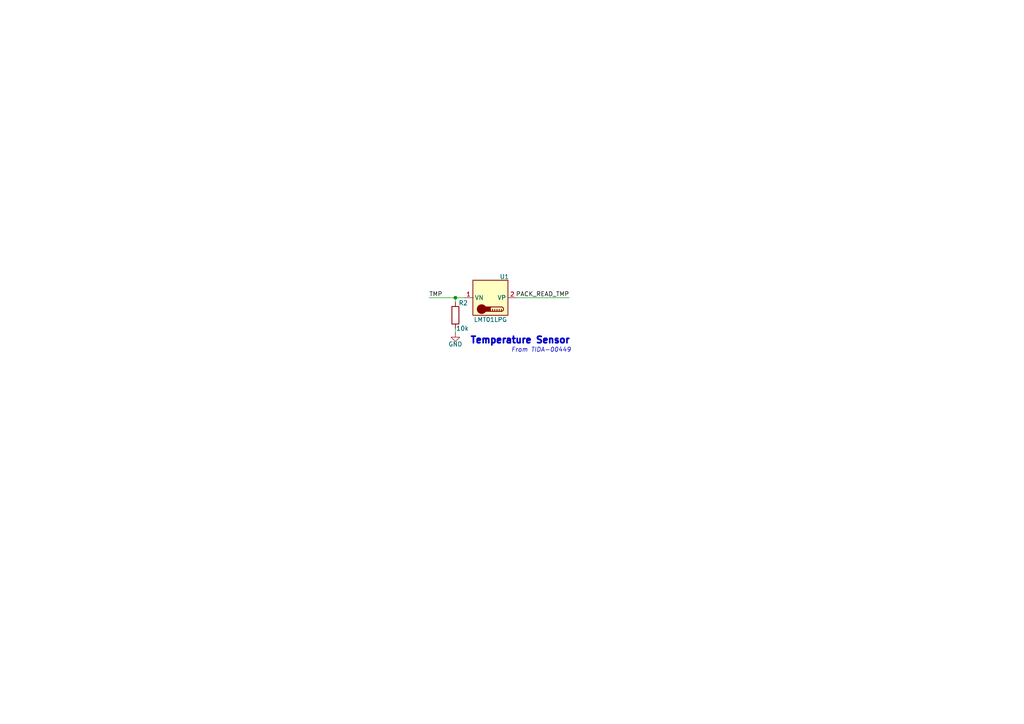
<source format=kicad_sch>
(kicad_sch (version 20250114) (generator "eeschema") (generator_version "9.0")
  (paper "A4")
  (lib_symbols
    (symbol "Device:R" (pin_numbers (hide yes)) (pin_names (offset 0))
      (property "Reference" "R" (at 2.032 0 90))
      (property "Value" "R" (at 0 0 90))
      (symbol "R_0_1"
        (rectangle (start -1.016 -2.54) (end 1.016 2.54) (stroke (width 0.254)))
      )
      (symbol "R_1_1"
        (pin passive line (at 0 3.81 270) (length 1.27) (name "~") (number "1"))
        (pin passive line (at 0 -3.81 90) (length 1.27) (name "~") (number "2"))
      )
    )
    (symbol "Sensor_Temperature:LMT01LPG"
      (property "Reference" "U" (at -3.81 6.35 0))
      (property "Value" "LMT01LPG" (at 6.35 -6.35 0))
      (symbol "LMT01LPG_0_1"
        (polyline (pts (xy -3.937 3.175) (xy -3.937 0)) (stroke (width 0.254)))
        (polyline (pts (xy -3.937 3.175) (xy -3.302 3.175)) (stroke (width 0.254)))
        (polyline (pts (xy -3.937 2.54) (xy -3.302 2.54)) (stroke (width 0.254)))
        (polyline (pts (xy -3.937 1.905) (xy -3.302 1.905)) (stroke (width 0.254)))
        (polyline (pts (xy -3.937 1.27) (xy -3.302 1.27)) (stroke (width 0.254)))
        (polyline (pts (xy -3.937 0.635) (xy -3.302 0.635)) (stroke (width 0.254)))
        (arc (start -3.937 3.175) (mid -3.302 3.8073) (end -2.667 3.175) (stroke (width 0.254)))
        (circle (center -3.302 -2.54) (radius 1.27) (stroke (width 0.254)) (fill (type outline)))
        (polyline (pts (xy -2.667 3.175) (xy -2.667 0)) (stroke (width 0.254)))
        (rectangle (start -2.667 -1.905) (end -3.937 0) (stroke (width 0.254)) (fill (type outline)))
      )
      (symbol "LMT01LPG_1_1"
        (rectangle (start -5.08 5.08) (end 5.08 -5.08) (stroke (width 0.254)) (fill (type background)))
        (pin bidirectional line (at 0 7.62 270) (length 2.54) (name "VP") (number "2"))
        (pin bidirectional line (at 0 -7.62 90) (length 2.54) (name "VN") (number "1"))
      )
    )
    (symbol "power:GND" (power) (pin_numbers (hide yes)) (pin_names (offset 0) (hide yes))
      (property "Value" "GND" (at 0 -3.81 0))
      (symbol "GND_0_1"
        (polyline (pts (xy 0 0) (xy 0 -1.27) (xy 1.27 -1.27) (xy 0 -2.54) (xy -1.27 -1.27) (xy 0 -1.27)))
      )
      (symbol "GND_1_1"
        (pin power_in line (at 0 0 270) (length 0) (name "~") (number "1"))
      )
    )
  )
  (text "Temperature Sensor" (at 150.876 98.806 0) (effects (font (size 1.905 1.905) (thickness 0.508) (bold yes))))
  (text "From TIDA-00449" (at 156.972 101.6 0) (effects (font (size 1.27 1.27) (italic yes))))
  (junction (at 132.08 86.36))
  (wire (pts (xy 124.46 86.36) (xy 132.08 86.36)))
  (wire (pts (xy 149.86 86.36) (xy 165.1 86.36)))
  (wire (pts (xy 132.08 95.25) (xy 132.08 96.52)))
  (wire (pts (xy 132.08 86.36) (xy 132.08 87.63)))
  (wire (pts (xy 132.08 86.36) (xy 134.62 86.36)))
  (label "PACK_READ_TMP" (at 165.1 86.36 180))
  (label "TMP" (at 124.46 86.36 0))
  (symbol (lib_id "Sensor_Temperature:LMT01LPG") (at 142.24 86.36 270) (mirror x) (unit 1)
    (property "Reference" "U1" (at 146.304 80.264 90))
    (property "Value" "LMT01LPG" (at 142.24 92.71 90))
    (property "Footprint" "Package_TO_SOT_THT:TO-92-2" (effects (hide yes)))
    (property "Datasheet" "https://www.ti.com/lit/ds/symlink/lmt01.pdf" (effects (hide yes)))
    (property "Description" "0.5°C Accurate 2-Pin Digital Output Temperature Sensor With Pulse Count Interface. TO-92-2 package" (effects (hide yes)))
  )
  (symbol (lib_id "Device:R") (at 132.08 91.44 180) (unit 1)
    (property "Reference" "R2" (at 134.366 87.884 0))
    (property "Value" "10k" (at 134.112 95.25 0))
    (property "Description" "Resistor" (effects (hide yes)))
  )
  (symbol (lib_id "power:GND") (at 132.08 96.52 0) (unit 1)
    (property "Reference" "#PWR02" (effects (hide yes)))
    (property "Value" "GND" (at 134.112 99.822 0) (effects (justify right)))
    (property "Description" "Power symbol creates a global label with name \"GND\" , ground" (effects (hide yes)))
  )
)
</source>
